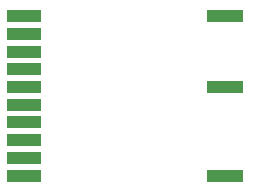
<source format=gbr>
G04 DipTrace 2.4.0.2*
%INTopPaste.gbr*%
%MOMM*%
%ADD16R,3.0X1.0*%
%FSLAX53Y53*%
G04*
G71*
G90*
G75*
G01*
%LNTopPaste*%
%LPD*%
D16*
X6500Y20750D3*
Y19250D3*
Y17750D3*
Y16250D3*
Y14750D3*
Y13250D3*
Y11750D3*
Y10250D3*
Y8750D3*
Y7250D3*
G36*
X25000Y20250D2*
X22000D1*
Y21250D1*
X25000D1*
Y20250D1*
G37*
G36*
Y6750D2*
X22000D1*
Y7750D1*
X25000D1*
Y6750D1*
G37*
G36*
Y14250D2*
X22000D1*
Y15250D1*
X25000D1*
Y14250D1*
G37*
M02*

</source>
